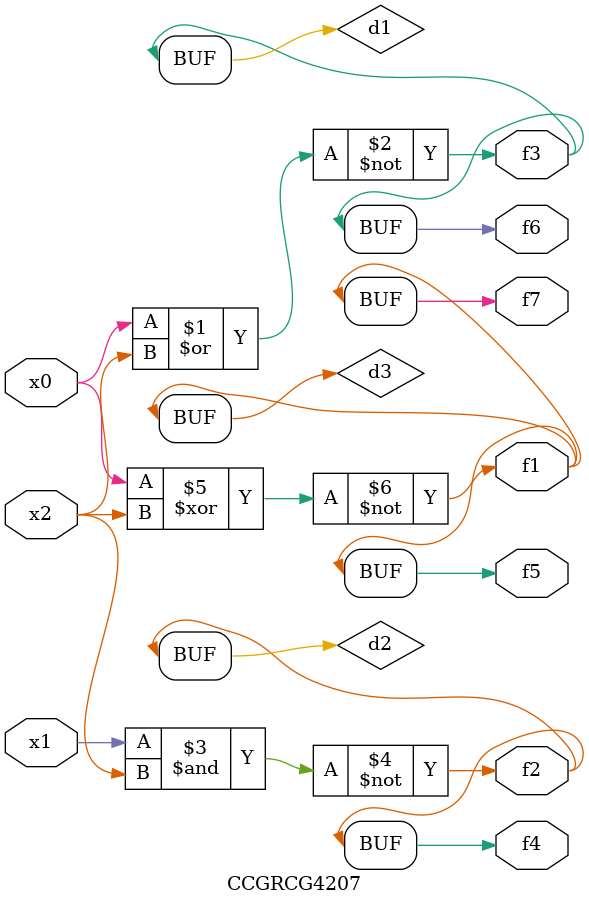
<source format=v>
module CCGRCG4207(
	input x0, x1, x2,
	output f1, f2, f3, f4, f5, f6, f7
);

	wire d1, d2, d3;

	nor (d1, x0, x2);
	nand (d2, x1, x2);
	xnor (d3, x0, x2);
	assign f1 = d3;
	assign f2 = d2;
	assign f3 = d1;
	assign f4 = d2;
	assign f5 = d3;
	assign f6 = d1;
	assign f7 = d3;
endmodule

</source>
